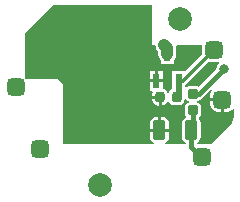
<source format=gbl>
G04 Layer_Physical_Order=2*
G04 Layer_Color=16711680*
%FSLAX25Y25*%
%MOIN*%
G70*
G01*
G75*
%ADD14C,0.01181*%
%ADD15C,0.01575*%
G04:AMPARAMS|DCode=16|XSize=59.06mil|YSize=59.06mil|CornerRadius=14.76mil|HoleSize=0mil|Usage=FLASHONLY|Rotation=0.000|XOffset=0mil|YOffset=0mil|HoleType=Round|Shape=RoundedRectangle|*
%AMROUNDEDRECTD16*
21,1,0.05906,0.02953,0,0,0.0*
21,1,0.02953,0.05906,0,0,0.0*
1,1,0.02953,0.01476,-0.01476*
1,1,0.02953,-0.01476,-0.01476*
1,1,0.02953,-0.01476,0.01476*
1,1,0.02953,0.01476,0.01476*
%
%ADD16ROUNDEDRECTD16*%
%ADD17C,0.07874*%
%ADD18C,0.03150*%
%ADD19C,0.02362*%
%ADD20C,0.03937*%
%ADD21R,0.02362X0.04528*%
G04:AMPARAMS|DCode=22|XSize=66.93mil|YSize=43.31mil|CornerRadius=10.83mil|HoleSize=0mil|Usage=FLASHONLY|Rotation=90.000|XOffset=0mil|YOffset=0mil|HoleType=Round|Shape=RoundedRectangle|*
%AMROUNDEDRECTD22*
21,1,0.06693,0.02165,0,0,90.0*
21,1,0.04528,0.04331,0,0,90.0*
1,1,0.02165,0.01083,0.02264*
1,1,0.02165,0.01083,-0.02264*
1,1,0.02165,-0.01083,-0.02264*
1,1,0.02165,-0.01083,0.02264*
%
%ADD22ROUNDEDRECTD22*%
G04:AMPARAMS|DCode=23|XSize=35.43mil|YSize=31.5mil|CornerRadius=7.87mil|HoleSize=0mil|Usage=FLASHONLY|Rotation=270.000|XOffset=0mil|YOffset=0mil|HoleType=Round|Shape=RoundedRectangle|*
%AMROUNDEDRECTD23*
21,1,0.03543,0.01575,0,0,270.0*
21,1,0.01969,0.03150,0,0,270.0*
1,1,0.01575,-0.00787,-0.00984*
1,1,0.01575,-0.00787,0.00984*
1,1,0.01575,0.00787,0.00984*
1,1,0.01575,0.00787,-0.00984*
%
%ADD23ROUNDEDRECTD23*%
G04:AMPARAMS|DCode=24|XSize=35.43mil|YSize=31.5mil|CornerRadius=7.87mil|HoleSize=0mil|Usage=FLASHONLY|Rotation=180.000|XOffset=0mil|YOffset=0mil|HoleType=Round|Shape=RoundedRectangle|*
%AMROUNDEDRECTD24*
21,1,0.03543,0.01575,0,0,180.0*
21,1,0.01969,0.03150,0,0,180.0*
1,1,0.01575,-0.00984,0.00787*
1,1,0.01575,0.00984,0.00787*
1,1,0.01575,0.00984,-0.00787*
1,1,0.01575,-0.00984,-0.00787*
%
%ADD24ROUNDEDRECTD24*%
%ADD25C,0.01969*%
%ADD26C,0.03937*%
G36*
X30906Y12649D02*
X33847D01*
X33866Y12630D01*
X34055Y12178D01*
X33903Y12061D01*
X33493Y11527D01*
X33235Y10904D01*
X33147Y10236D01*
X33150Y10213D01*
X27186Y4248D01*
X27069Y4326D01*
X26378Y4464D01*
X24409D01*
X23718Y4326D01*
X23236Y4004D01*
X22868Y4129D01*
X22736Y4226D01*
Y4833D01*
X23084Y5065D01*
X30707Y12688D01*
X30906Y12649D01*
D02*
G37*
G36*
X11811Y18027D02*
X12781D01*
X12871Y17339D01*
X13169Y16621D01*
X13642Y16004D01*
X13852Y15794D01*
Y15059D01*
X13954Y14288D01*
X14252Y13570D01*
X14665Y13031D01*
Y11811D01*
X18996D01*
Y13031D01*
X19410Y13570D01*
X19707Y14288D01*
X19809Y15059D01*
Y17028D01*
X19743Y17527D01*
X20109Y18027D01*
X28397D01*
Y15157D01*
X28436Y14959D01*
X23146Y9668D01*
X22736Y9449D01*
Y9449D01*
X22736Y9449D01*
X18406D01*
Y3441D01*
X18403Y3441D01*
X17817Y3049D01*
X17426Y2463D01*
X17389Y2278D01*
X16879D01*
X16841Y2469D01*
X16446Y3060D01*
X15855Y3455D01*
X15272Y3571D01*
Y5701D01*
X10909D01*
Y2937D01*
X11681D01*
X11891Y2545D01*
X11893Y2437D01*
X11760Y1772D01*
Y1287D01*
X14370D01*
Y787D01*
X14870D01*
Y-2019D01*
X15157D01*
X15855Y-1881D01*
X16446Y-1486D01*
X16841Y-894D01*
X16879Y-703D01*
X17389D01*
X17426Y-888D01*
X17817Y-1474D01*
X18403Y-1866D01*
X19094Y-2003D01*
X20669D01*
X21361Y-1866D01*
X21947Y-1474D01*
X22338Y-888D01*
X22476Y-197D01*
Y-112D01*
X22976Y40D01*
X23132Y-195D01*
X23718Y-586D01*
X23943Y-631D01*
Y-1141D01*
X23718Y-1185D01*
X23132Y-1577D01*
X22741Y-2163D01*
X22603Y-2854D01*
Y-4429D01*
X22741Y-5120D01*
X22994Y-5500D01*
X22958Y-5735D01*
X22852Y-6053D01*
X22828Y-6083D01*
X22230Y-6482D01*
X21774Y-7166D01*
X21613Y-7972D01*
Y-12500D01*
X21774Y-13307D01*
X22230Y-13990D01*
X22914Y-14447D01*
X22997Y-14464D01*
Y-14961D01*
X16124D01*
X16069Y-14462D01*
X16757Y-14002D01*
X17218Y-13313D01*
X17379Y-12500D01*
Y-10736D01*
X14173D01*
X10967D01*
Y-12500D01*
X11129Y-13313D01*
X11589Y-14002D01*
X12278Y-14462D01*
X12223Y-14961D01*
X-18110D01*
Y5118D01*
X-19980Y6988D01*
X-30311D01*
X-30509Y7286D01*
X-30610Y7353D01*
Y22244D01*
X-21358Y31496D01*
X11811D01*
Y18027D01*
D02*
G37*
G36*
X31793Y3040D02*
X31329Y2344D01*
X31137Y1378D01*
Y402D01*
X35138D01*
Y-98D01*
X35638D01*
Y-4100D01*
X36614D01*
X37580Y-3907D01*
X38399Y-3360D01*
X38575Y-3098D01*
X39075Y-3250D01*
Y-4525D01*
X38948Y-5380D01*
X38335Y-7826D01*
X37402Y-8760D01*
X31201Y-14961D01*
X26610D01*
Y-14464D01*
X26692Y-14447D01*
X27376Y-13990D01*
X27833Y-13307D01*
X27993Y-12500D01*
Y-7972D01*
X27833Y-7166D01*
X27376Y-6482D01*
X27335Y-6455D01*
Y-5920D01*
X27655Y-5706D01*
X28047Y-5120D01*
X28184Y-4429D01*
Y-2854D01*
X28047Y-2163D01*
X27655Y-1577D01*
X27069Y-1185D01*
X26844Y-1141D01*
Y-631D01*
X27069Y-586D01*
X27655Y-195D01*
X27899Y170D01*
X28054Y201D01*
X28640Y593D01*
X31405Y3358D01*
X31793Y3040D01*
D02*
G37*
%LPC*%
G36*
X15256Y-5849D02*
X14673D01*
Y-9736D01*
X17379D01*
Y-7972D01*
X17218Y-7160D01*
X16757Y-6471D01*
X16069Y-6011D01*
X15256Y-5849D01*
D02*
G37*
G36*
X13673D02*
X13091D01*
X12278Y-6011D01*
X11589Y-6471D01*
X11129Y-7160D01*
X10967Y-7972D01*
Y-9736D01*
X13673D01*
Y-5849D01*
D02*
G37*
G36*
X15272Y9465D02*
X13590D01*
Y6701D01*
X15272D01*
Y9465D01*
D02*
G37*
G36*
X12591D02*
X10909D01*
Y6701D01*
X12591D01*
Y9465D01*
D02*
G37*
G36*
X13870Y287D02*
X11760D01*
Y-197D01*
X11899Y-894D01*
X12294Y-1486D01*
X12885Y-1881D01*
X13583Y-2019D01*
X13870D01*
Y287D01*
D02*
G37*
G36*
X34638Y-598D02*
X31137D01*
Y-1575D01*
X31329Y-2541D01*
X31876Y-3360D01*
X32695Y-3907D01*
X33661Y-4100D01*
X34638D01*
Y-598D01*
D02*
G37*
%LPD*%
D14*
X20571Y6201D02*
X21949D01*
X32382Y16634D01*
D15*
X24803Y-15846D02*
X28248Y-19291D01*
X24803Y-15846D02*
Y-10236D01*
X25394Y1870D02*
X27362D01*
X35728Y10236D01*
X24803Y-10236D02*
X25394Y-9646D01*
Y-3642D01*
X-25787Y-16634D02*
X-25591Y-16831D01*
D16*
X-33760Y4035D02*
D03*
X28248Y-19291D02*
D03*
X32382Y16634D02*
D03*
X-25787Y-16634D02*
D03*
X35138Y-98D02*
D03*
D17*
X21134Y26694D02*
D03*
X-5512Y-28637D02*
D03*
D18*
X35728Y10236D02*
D03*
D19*
X8858Y-12795D02*
D03*
X8957Y16437D02*
D03*
X8465Y28051D02*
D03*
X8858Y6988D02*
D03*
X8957Y1772D02*
D03*
X9154Y-5807D02*
D03*
X33268Y-8465D02*
D03*
D20*
X15748Y18110D02*
D03*
D21*
X20571Y6201D02*
D03*
X13091D02*
D03*
X16831Y15059D02*
D03*
D22*
X14173Y-10236D02*
D03*
X24803D02*
D03*
D23*
X14370Y787D02*
D03*
X19882D02*
D03*
D24*
X25394Y1870D02*
D03*
Y-3642D02*
D03*
D25*
X20571Y1476D02*
Y6201D01*
X19882Y787D02*
X20571Y1476D01*
D26*
X16831Y15059D02*
Y17028D01*
X15748Y18110D02*
X16831Y17028D01*
M02*

</source>
